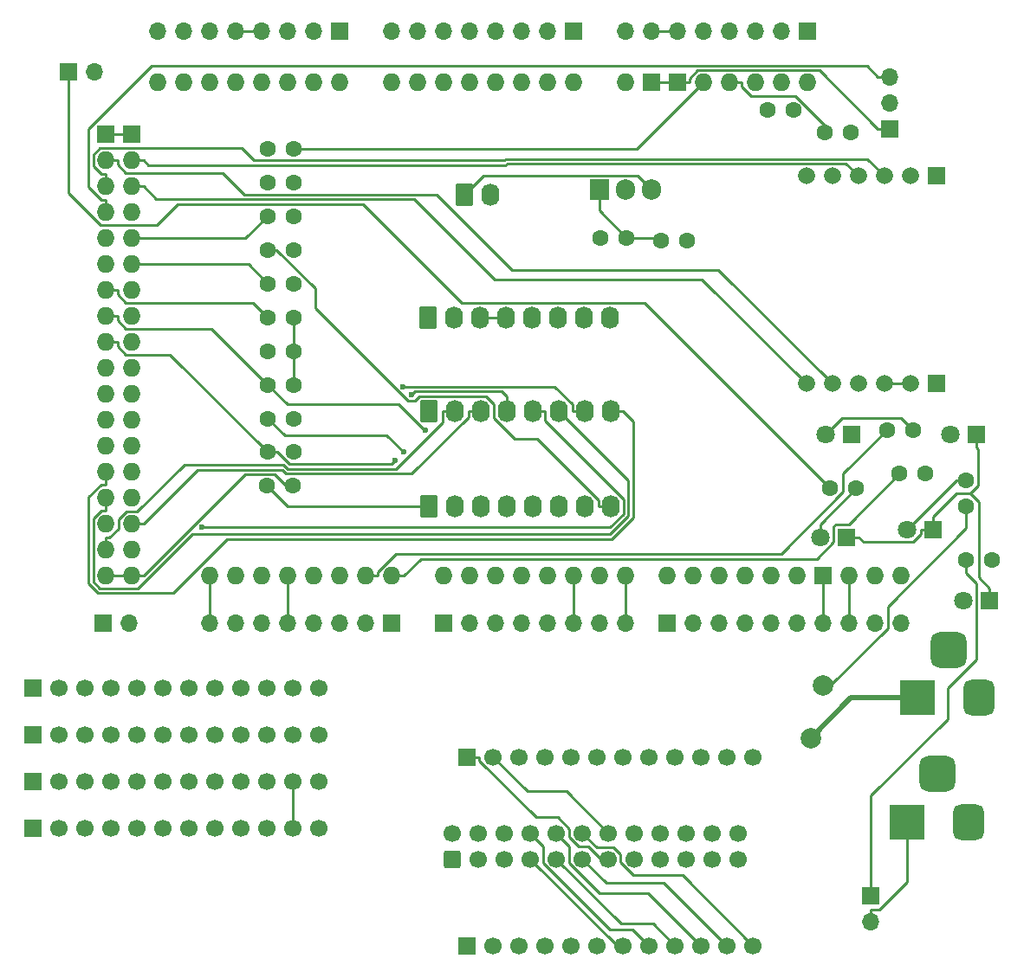
<source format=gbr>
G04 #@! TF.GenerationSoftware,KiCad,Pcbnew,9.0.5*
G04 #@! TF.CreationDate,2025-12-14T12:46:51+10:00*
G04 #@! TF.ProjectId,Jet Ranger Upper Controller,4a657420-5261-46e6-9765-722055707065,rev?*
G04 #@! TF.SameCoordinates,Original*
G04 #@! TF.FileFunction,Copper,L1,Top*
G04 #@! TF.FilePolarity,Positive*
%FSLAX46Y46*%
G04 Gerber Fmt 4.6, Leading zero omitted, Abs format (unit mm)*
G04 Created by KiCad (PCBNEW 9.0.5) date 2025-12-14 12:46:51*
%MOMM*%
%LPD*%
G01*
G04 APERTURE LIST*
G04 Aperture macros list*
%AMRoundRect*
0 Rectangle with rounded corners*
0 $1 Rounding radius*
0 $2 $3 $4 $5 $6 $7 $8 $9 X,Y pos of 4 corners*
0 Add a 4 corners polygon primitive as box body*
4,1,4,$2,$3,$4,$5,$6,$7,$8,$9,$2,$3,0*
0 Add four circle primitives for the rounded corners*
1,1,$1+$1,$2,$3*
1,1,$1+$1,$4,$5*
1,1,$1+$1,$6,$7*
1,1,$1+$1,$8,$9*
0 Add four rect primitives between the rounded corners*
20,1,$1+$1,$2,$3,$4,$5,0*
20,1,$1+$1,$4,$5,$6,$7,0*
20,1,$1+$1,$6,$7,$8,$9,0*
20,1,$1+$1,$8,$9,$2,$3,0*%
G04 Aperture macros list end*
G04 #@! TA.AperFunction,ComponentPad*
%ADD10C,2.010000*%
G04 #@! TD*
G04 #@! TA.AperFunction,ComponentPad*
%ADD11C,1.600000*%
G04 #@! TD*
G04 #@! TA.AperFunction,ComponentPad*
%ADD12R,1.700000X1.700000*%
G04 #@! TD*
G04 #@! TA.AperFunction,ComponentPad*
%ADD13O,1.700000X1.700000*%
G04 #@! TD*
G04 #@! TA.AperFunction,ComponentPad*
%ADD14R,1.800000X1.800000*%
G04 #@! TD*
G04 #@! TA.AperFunction,ComponentPad*
%ADD15C,1.800000*%
G04 #@! TD*
G04 #@! TA.AperFunction,ComponentPad*
%ADD16RoundRect,0.250000X0.600000X-0.600000X0.600000X0.600000X-0.600000X0.600000X-0.600000X-0.600000X0*%
G04 #@! TD*
G04 #@! TA.AperFunction,ComponentPad*
%ADD17C,1.700000*%
G04 #@! TD*
G04 #@! TA.AperFunction,ComponentPad*
%ADD18R,3.500000X3.500000*%
G04 #@! TD*
G04 #@! TA.AperFunction,ComponentPad*
%ADD19RoundRect,0.750000X0.750000X1.000000X-0.750000X1.000000X-0.750000X-1.000000X0.750000X-1.000000X0*%
G04 #@! TD*
G04 #@! TA.AperFunction,ComponentPad*
%ADD20RoundRect,0.875000X0.875000X0.875000X-0.875000X0.875000X-0.875000X-0.875000X0.875000X-0.875000X0*%
G04 #@! TD*
G04 #@! TA.AperFunction,ComponentPad*
%ADD21RoundRect,0.250000X-0.620000X-0.845000X0.620000X-0.845000X0.620000X0.845000X-0.620000X0.845000X0*%
G04 #@! TD*
G04 #@! TA.AperFunction,ComponentPad*
%ADD22O,1.740000X2.190000*%
G04 #@! TD*
G04 #@! TA.AperFunction,ComponentPad*
%ADD23R,1.905000X2.000000*%
G04 #@! TD*
G04 #@! TA.AperFunction,ComponentPad*
%ADD24O,1.905000X2.000000*%
G04 #@! TD*
G04 #@! TA.AperFunction,ComponentPad*
%ADD25R,1.665000X1.665000*%
G04 #@! TD*
G04 #@! TA.AperFunction,ComponentPad*
%ADD26C,1.665000*%
G04 #@! TD*
G04 #@! TA.AperFunction,ComponentPad*
%ADD27O,1.727200X1.727200*%
G04 #@! TD*
G04 #@! TA.AperFunction,ComponentPad*
%ADD28R,1.727200X1.727200*%
G04 #@! TD*
G04 #@! TA.AperFunction,ViaPad*
%ADD29C,0.600000*%
G04 #@! TD*
G04 #@! TA.AperFunction,Conductor*
%ADD30C,0.250000*%
G04 #@! TD*
G04 #@! TA.AperFunction,Conductor*
%ADD31C,0.500000*%
G04 #@! TD*
G04 APERTURE END LIST*
D10*
X110750000Y-105050000D03*
X109550000Y-110150000D03*
D11*
X59040000Y-75594300D03*
X56500000Y-75594300D03*
D12*
X63500000Y-41046400D03*
D13*
X60960000Y-41046400D03*
X58420000Y-41046400D03*
X55880000Y-41046400D03*
X53340000Y-41046400D03*
X50800000Y-41046400D03*
X48260000Y-41046400D03*
X45720000Y-41046400D03*
D11*
X59040000Y-82192700D03*
X56500000Y-82192700D03*
X58956600Y-85491900D03*
X56416600Y-85491900D03*
D12*
X117298000Y-50550000D03*
D13*
X117298000Y-48010000D03*
X117298000Y-45470000D03*
D12*
X86360000Y-41046400D03*
D13*
X83820000Y-41046400D03*
X81280000Y-41046400D03*
X78740000Y-41046400D03*
X76200000Y-41046400D03*
X73660000Y-41046400D03*
X71120000Y-41046400D03*
X68580000Y-41046400D03*
D14*
X113540000Y-80500000D03*
D15*
X111000000Y-80500000D03*
D11*
X59040000Y-55799200D03*
X56500000Y-55799200D03*
X59040000Y-52500000D03*
X56500000Y-52500000D03*
D16*
X74560000Y-122000000D03*
D17*
X74560000Y-119460000D03*
X77100000Y-122000000D03*
X77100000Y-119460000D03*
X79640000Y-122000000D03*
X79640000Y-119460000D03*
X82180000Y-122000000D03*
X82180000Y-119460000D03*
X84720000Y-122000000D03*
X84720000Y-119460000D03*
X87260000Y-122000000D03*
X87260000Y-119460000D03*
X89800000Y-122000000D03*
X89800000Y-119460000D03*
X92340000Y-122000000D03*
X92340000Y-119460000D03*
X94880000Y-122000000D03*
X94880000Y-119460000D03*
X97420000Y-122000000D03*
X97420000Y-119460000D03*
X99960000Y-122000000D03*
X99960000Y-119460000D03*
X102500000Y-122000000D03*
X102500000Y-119460000D03*
D12*
X33560000Y-114410000D03*
D17*
X36100000Y-114410000D03*
X38640000Y-114410000D03*
X41180000Y-114410000D03*
X43720000Y-114410000D03*
X46260000Y-114410000D03*
X48800000Y-114410000D03*
X51340000Y-114410000D03*
X53880000Y-114410000D03*
X56420000Y-114410000D03*
X58960000Y-114410000D03*
X61500000Y-114410000D03*
D11*
X118250000Y-84250000D03*
X120790000Y-84250000D03*
X124750000Y-87500000D03*
X124750000Y-84960000D03*
D12*
X37000000Y-45000000D03*
D13*
X39540000Y-45000000D03*
D18*
X118949000Y-118350000D03*
D19*
X124949000Y-118350000D03*
D20*
X121949000Y-113650000D03*
D21*
X72220000Y-78150000D03*
D22*
X74760000Y-78150000D03*
X77300000Y-78150000D03*
X79840000Y-78150000D03*
X82380000Y-78150000D03*
X84920000Y-78150000D03*
X87460000Y-78150000D03*
X90000000Y-78150000D03*
D14*
X127040000Y-96750000D03*
D15*
X124500000Y-96750000D03*
D14*
X125770000Y-80500000D03*
D15*
X123230000Y-80500000D03*
D21*
X72260000Y-87500000D03*
D22*
X74800000Y-87500000D03*
X77340000Y-87500000D03*
X79880000Y-87500000D03*
X82420000Y-87500000D03*
X84960000Y-87500000D03*
X87500000Y-87500000D03*
X90040000Y-87500000D03*
D11*
X59040000Y-62397600D03*
X56500000Y-62397600D03*
D12*
X33560000Y-105230000D03*
D17*
X36100000Y-105230000D03*
X38640000Y-105230000D03*
X41180000Y-105230000D03*
X43720000Y-105230000D03*
X46260000Y-105230000D03*
X48800000Y-105230000D03*
X51340000Y-105230000D03*
X53880000Y-105230000D03*
X56420000Y-105230000D03*
X58960000Y-105230000D03*
X61500000Y-105230000D03*
D11*
X124710000Y-92750000D03*
X127250000Y-92750000D03*
X117000000Y-80000000D03*
X119540000Y-80000000D03*
D12*
X33560000Y-109820000D03*
D17*
X36100000Y-109820000D03*
X38640000Y-109820000D03*
X41180000Y-109820000D03*
X43720000Y-109820000D03*
X46260000Y-109820000D03*
X48800000Y-109820000D03*
X51340000Y-109820000D03*
X53880000Y-109820000D03*
X56420000Y-109820000D03*
X58960000Y-109820000D03*
X61500000Y-109820000D03*
D11*
X59040000Y-78893500D03*
X56500000Y-78893500D03*
D12*
X68580000Y-98958400D03*
D13*
X66040000Y-98958400D03*
X63500000Y-98958400D03*
X60960000Y-98958400D03*
X58420000Y-98958400D03*
X55880000Y-98958400D03*
X53340000Y-98958400D03*
X50800000Y-98958400D03*
D11*
X94960000Y-61500000D03*
X97500000Y-61500000D03*
X59040000Y-72295100D03*
X56500000Y-72295100D03*
D23*
X88920000Y-56500000D03*
D24*
X91460000Y-56500000D03*
X94000000Y-56500000D03*
D11*
X59040000Y-65696800D03*
X56500000Y-65696800D03*
D25*
X121809000Y-55183300D03*
D26*
X119269000Y-55183300D03*
X116729000Y-55183300D03*
X114189000Y-55183300D03*
X111649000Y-55183300D03*
X109109000Y-55183300D03*
D25*
X121809000Y-75503300D03*
D26*
X119269000Y-75503300D03*
X116729000Y-75503300D03*
X114189000Y-75503300D03*
X111649000Y-75503300D03*
X109109000Y-75503300D03*
D14*
X113040000Y-90500000D03*
D15*
X110500000Y-90500000D03*
D11*
X111455000Y-85750000D03*
X113995000Y-85750000D03*
D21*
X75725000Y-57020000D03*
D22*
X78265000Y-57020000D03*
D12*
X109220000Y-41046400D03*
D13*
X106680000Y-41046400D03*
X104140000Y-41046400D03*
X101600000Y-41046400D03*
X99060000Y-41046400D03*
X96520000Y-41046400D03*
X93980000Y-41046400D03*
X91440000Y-41046400D03*
D11*
X59040000Y-68996000D03*
X56500000Y-68996000D03*
D12*
X76000000Y-130500000D03*
D17*
X78540000Y-130500000D03*
X81080000Y-130500000D03*
X83620000Y-130500000D03*
X86160000Y-130500000D03*
X88700000Y-130500000D03*
X91240000Y-130500000D03*
X93780000Y-130500000D03*
X96320000Y-130500000D03*
X98860000Y-130500000D03*
X101400000Y-130500000D03*
X103940000Y-130500000D03*
D12*
X115450000Y-125560000D03*
D13*
X115450000Y-128100000D03*
D11*
X59040000Y-59098400D03*
X56500000Y-59098400D03*
X110960000Y-50900000D03*
X113500000Y-50900000D03*
X89037500Y-61212500D03*
X91577500Y-61212500D03*
X105350000Y-48750000D03*
X107890000Y-48750000D03*
D14*
X121540000Y-89750000D03*
D15*
X119000000Y-89750000D03*
D21*
X72153300Y-69041200D03*
D22*
X74693300Y-69041200D03*
X77233300Y-69041200D03*
X79773300Y-69041200D03*
X82313300Y-69041200D03*
X84853300Y-69041200D03*
X87393300Y-69041200D03*
X89933300Y-69041200D03*
D12*
X33560000Y-119000000D03*
D17*
X36100000Y-119000000D03*
X38640000Y-119000000D03*
X41180000Y-119000000D03*
X43720000Y-119000000D03*
X46260000Y-119000000D03*
X48800000Y-119000000D03*
X51340000Y-119000000D03*
X53880000Y-119000000D03*
X56420000Y-119000000D03*
X58960000Y-119000000D03*
X61500000Y-119000000D03*
D18*
X120000000Y-106207500D03*
D19*
X126000000Y-106207500D03*
D20*
X123000000Y-101507500D03*
D12*
X95504000Y-98958400D03*
D13*
X98044000Y-98958400D03*
X100584000Y-98958400D03*
X103124000Y-98958400D03*
X105664000Y-98958400D03*
X108204000Y-98958400D03*
X110744000Y-98958400D03*
X113284000Y-98958400D03*
X115824000Y-98958400D03*
X118364000Y-98958400D03*
D12*
X40411400Y-98933000D03*
D13*
X42951400Y-98933000D03*
D12*
X76000000Y-112000000D03*
D17*
X78540000Y-112000000D03*
X81080000Y-112000000D03*
X83620000Y-112000000D03*
X86160000Y-112000000D03*
X88700000Y-112000000D03*
X91240000Y-112000000D03*
X93780000Y-112000000D03*
X96320000Y-112000000D03*
X98860000Y-112000000D03*
X101400000Y-112000000D03*
X103940000Y-112000000D03*
D12*
X73660000Y-98958400D03*
D13*
X76200000Y-98958400D03*
X78740000Y-98958400D03*
X81280000Y-98958400D03*
X83820000Y-98958400D03*
X86360000Y-98958400D03*
X88900000Y-98958400D03*
X91440000Y-98958400D03*
D27*
X109205000Y-46039300D03*
X101585000Y-46039300D03*
X99045000Y-46039300D03*
X43165000Y-94299300D03*
X40625000Y-94299300D03*
X86345000Y-46039300D03*
X83805000Y-46039300D03*
X81265000Y-46039300D03*
X78725000Y-46039300D03*
X76185000Y-46039300D03*
X73645000Y-46039300D03*
X71105000Y-46039300D03*
X68565000Y-46039300D03*
X63485000Y-46039300D03*
X60945000Y-46039300D03*
X58405000Y-46039300D03*
X55865000Y-46039300D03*
X53325000Y-46039300D03*
X50785000Y-46039300D03*
X48245000Y-46039300D03*
X45705000Y-46039300D03*
X113269000Y-94299300D03*
X73645000Y-94299300D03*
X76185000Y-94299300D03*
X78725000Y-94299300D03*
X81265000Y-94299300D03*
X83805000Y-94299300D03*
X86345000Y-94299300D03*
X88885000Y-94299300D03*
X91425000Y-94299300D03*
X95489000Y-94299300D03*
X98029000Y-94299300D03*
X100569000Y-94299300D03*
X103109000Y-94299300D03*
X105649000Y-94299300D03*
X108189000Y-94299300D03*
X68565000Y-94299300D03*
X66025000Y-94299300D03*
X63485000Y-94299300D03*
X60945000Y-94299300D03*
X58405000Y-94299300D03*
X55865000Y-94299300D03*
X53325000Y-94299300D03*
X50785000Y-94299300D03*
X43165000Y-91759300D03*
X40625000Y-91759300D03*
X43165000Y-89219300D03*
X40625000Y-89219300D03*
X43165000Y-86679300D03*
X40625000Y-86679300D03*
X43165000Y-84139300D03*
X40625000Y-84139300D03*
X43165000Y-81599300D03*
X40625000Y-81599300D03*
X43165000Y-79059300D03*
X40625000Y-79059300D03*
X43165000Y-76519300D03*
X40625000Y-76519300D03*
X43165000Y-73979300D03*
X40625000Y-73979300D03*
X43165000Y-71439300D03*
X40625000Y-71439300D03*
X43165000Y-68899300D03*
X40625000Y-68899300D03*
X43165000Y-66359300D03*
X40625000Y-66359300D03*
X43165000Y-63819300D03*
X40625000Y-63819300D03*
X43165000Y-61279300D03*
X40625000Y-61279300D03*
X43165000Y-58739300D03*
X40625000Y-58739300D03*
X43165000Y-56199300D03*
X40625000Y-56199300D03*
X43165000Y-53659300D03*
X40625000Y-53659300D03*
D28*
X110729000Y-94299300D03*
X96505000Y-46039300D03*
X93965000Y-46039300D03*
X43165000Y-51119300D03*
X40625000Y-51119300D03*
D27*
X106665000Y-46039300D03*
X104125000Y-46039300D03*
X118349000Y-94299300D03*
X115809000Y-94299300D03*
X91425000Y-46039300D03*
D29*
X69710900Y-75761800D03*
X69738800Y-82162300D03*
X71862000Y-80033300D03*
X50025700Y-89532100D03*
X68899500Y-83029200D03*
X70568200Y-76546500D03*
D30*
X81878800Y-115338800D02*
X78540000Y-112000000D01*
X85678800Y-115338800D02*
X81878800Y-115338800D01*
X89800000Y-119460000D02*
X85678800Y-115338800D01*
X95195100Y-124295100D02*
X101400000Y-130500000D01*
X89555100Y-124295100D02*
X95195100Y-124295100D01*
X87260000Y-122000000D02*
X89555100Y-124295100D01*
X88624800Y-120824800D02*
X87260000Y-119460000D01*
X90289700Y-120824800D02*
X88624800Y-120824800D01*
X90975200Y-121510300D02*
X90289700Y-120824800D01*
X90975200Y-122299900D02*
X90975200Y-121510300D01*
X92249800Y-123574500D02*
X90975200Y-122299900D01*
X97014500Y-123574500D02*
X92249800Y-123574500D01*
X103940000Y-130500000D02*
X97014500Y-123574500D01*
X89042600Y-122000000D02*
X89800000Y-122000000D01*
X87772600Y-120730000D02*
X89042600Y-122000000D01*
X86850700Y-120730000D02*
X87772600Y-120730000D01*
X85990000Y-119869300D02*
X86850700Y-120730000D01*
X85990000Y-119058400D02*
X85990000Y-119869300D01*
X84837600Y-117906000D02*
X85990000Y-119058400D01*
X82713900Y-117906000D02*
X84837600Y-117906000D01*
X77175100Y-112367200D02*
X82713900Y-117906000D01*
X77175100Y-112000000D02*
X77175100Y-112367200D01*
X76000000Y-112000000D02*
X77175100Y-112000000D01*
X85990000Y-120730000D02*
X84720000Y-119460000D01*
X85990000Y-122393600D02*
X85990000Y-120730000D01*
X88927300Y-125330900D02*
X85990000Y-122393600D01*
X93690900Y-125330900D02*
X88927300Y-125330900D01*
X98860000Y-130500000D02*
X93690900Y-125330900D01*
X83450000Y-120730000D02*
X82180000Y-119460000D01*
X83450000Y-122393600D02*
X83450000Y-120730000D01*
X89931100Y-128874700D02*
X83450000Y-122393600D01*
X92154700Y-128874700D02*
X89931100Y-128874700D01*
X93780000Y-130500000D02*
X92154700Y-128874700D01*
X90680000Y-130500000D02*
X82180000Y-122000000D01*
X91240000Y-130500000D02*
X90680000Y-130500000D01*
X91032300Y-128312300D02*
X84720000Y-122000000D01*
X94132300Y-128312300D02*
X91032300Y-128312300D01*
X96320000Y-130500000D02*
X94132300Y-128312300D01*
X58960000Y-119000000D02*
X58960000Y-114410000D01*
X92667500Y-55167500D02*
X94000000Y-56500000D01*
X77577500Y-55167500D02*
X92667500Y-55167500D01*
X75725000Y-57020000D02*
X77577500Y-55167500D01*
X91440000Y-95503000D02*
X91440000Y-98958400D01*
X91425000Y-95488000D02*
X91440000Y-95503000D01*
X91425000Y-94299300D02*
X91425000Y-95488000D01*
X58420000Y-95503000D02*
X58420000Y-98958400D01*
X58405000Y-95488000D02*
X58420000Y-95503000D01*
X58405000Y-94299300D02*
X58405000Y-95488000D01*
X40625000Y-84139300D02*
X40625000Y-85328000D01*
X90000000Y-78150000D02*
X91195100Y-78150000D01*
X92193700Y-79148600D02*
X91195100Y-78150000D01*
X92193700Y-88597400D02*
X92193700Y-79148600D01*
X90080000Y-90711100D02*
X92193700Y-88597400D01*
X52481500Y-90711100D02*
X90080000Y-90711100D01*
X47236900Y-95955700D02*
X52481500Y-90711100D01*
X39899100Y-95955700D02*
X47236900Y-95955700D01*
X38984800Y-95041400D02*
X39899100Y-95955700D01*
X38984800Y-86596700D02*
X38984800Y-95041400D01*
X40253500Y-85328000D02*
X38984800Y-86596700D01*
X40625000Y-85328000D02*
X40253500Y-85328000D01*
X74760000Y-78150000D02*
X73564900Y-78150000D01*
X40625000Y-91759300D02*
X40625000Y-90570600D01*
X73564900Y-79270400D02*
X73564900Y-78150000D01*
X69016400Y-83818900D02*
X73564900Y-79270400D01*
X58434800Y-83818900D02*
X69016400Y-83818900D01*
X58050600Y-83434700D02*
X58434800Y-83818900D01*
X48336800Y-83434700D02*
X58050600Y-83434700D01*
X43741000Y-88030500D02*
X48336800Y-83434700D01*
X42650600Y-88030500D02*
X43741000Y-88030500D01*
X41895000Y-88786100D02*
X42650600Y-88030500D01*
X41895000Y-89670000D02*
X41895000Y-88786100D01*
X40994400Y-90570600D02*
X41895000Y-89670000D01*
X40625000Y-90570600D02*
X40994400Y-90570600D01*
X77300000Y-78150000D02*
X76104900Y-78150000D01*
X43165000Y-89219300D02*
X44353700Y-89219300D01*
X76104900Y-78747500D02*
X76104900Y-78150000D01*
X70575200Y-84277200D02*
X76104900Y-78747500D01*
X58256500Y-84277200D02*
X70575200Y-84277200D01*
X57893600Y-83914300D02*
X58256500Y-84277200D01*
X49658700Y-83914300D02*
X57893600Y-83914300D01*
X44353700Y-89219300D02*
X49658700Y-83914300D01*
X50800000Y-95503000D02*
X50800000Y-98958400D01*
X50785000Y-95488000D02*
X50800000Y-95503000D01*
X50785000Y-94299300D02*
X50785000Y-95488000D01*
D31*
X120000000Y-106208000D02*
X119999500Y-106208000D01*
X113492000Y-106208000D02*
X109550000Y-110150000D01*
X119999500Y-106208000D02*
X113492000Y-106208000D01*
D30*
X119999500Y-106208000D02*
X120000000Y-106207500D01*
X91743600Y-84973600D02*
X84920000Y-78150000D01*
X91743600Y-88410900D02*
X91743600Y-84973600D01*
X89920700Y-90233800D02*
X91743600Y-88410900D01*
X49088400Y-90233800D02*
X89920700Y-90233800D01*
X43816600Y-95505600D02*
X49088400Y-90233800D01*
X40085600Y-95505600D02*
X43816600Y-95505600D01*
X39434900Y-94854900D02*
X40085600Y-95505600D01*
X39434900Y-88686600D02*
X39434900Y-94854900D01*
X40253500Y-87868000D02*
X39434900Y-88686600D01*
X40625000Y-87868000D02*
X40253500Y-87868000D01*
X40625000Y-86679300D02*
X40625000Y-87868000D01*
X55052000Y-67548000D02*
X56500000Y-68996000D01*
X42630800Y-67548000D02*
X55052000Y-67548000D01*
X41813700Y-66730900D02*
X42630800Y-67548000D01*
X41813700Y-66359300D02*
X41813700Y-66730900D01*
X40625000Y-66359300D02*
X41813700Y-66359300D01*
X87460000Y-78150000D02*
X86264900Y-78150000D01*
X84507000Y-75761800D02*
X69710900Y-75761800D01*
X86264900Y-77519700D02*
X84507000Y-75761800D01*
X86264900Y-78150000D02*
X86264900Y-77519700D01*
X68119600Y-80543100D02*
X69738800Y-82162300D01*
X58149600Y-80543100D02*
X68119600Y-80543100D01*
X56500000Y-78893500D02*
X58149600Y-80543100D01*
X50993700Y-70088000D02*
X56500000Y-75594300D01*
X42630800Y-70088000D02*
X50993700Y-70088000D01*
X41813700Y-69270900D02*
X42630800Y-70088000D01*
X41813700Y-68899300D02*
X41813700Y-69270900D01*
X40625000Y-68899300D02*
X41813700Y-68899300D01*
X71783200Y-80033300D02*
X71862000Y-80033300D01*
X69279700Y-77529800D02*
X71783200Y-80033300D01*
X58435500Y-77529800D02*
X69279700Y-77529800D01*
X56500000Y-75594300D02*
X58435500Y-77529800D01*
X57374800Y-62397600D02*
X56500000Y-62397600D01*
X61163000Y-66185800D02*
X57374800Y-62397600D01*
X61163000Y-68105900D02*
X61163000Y-66185800D01*
X70242100Y-77185000D02*
X61163000Y-68105900D01*
X70859500Y-77185000D02*
X70242100Y-77185000D01*
X71331700Y-76712800D02*
X70859500Y-77185000D01*
X77809000Y-76712800D02*
X71331700Y-76712800D01*
X78570000Y-77473800D02*
X77809000Y-76712800D01*
X78570000Y-78824700D02*
X78570000Y-77473800D01*
X80614000Y-80868700D02*
X78570000Y-78824700D01*
X82811100Y-80868700D02*
X80614000Y-80868700D01*
X88844900Y-86902500D02*
X82811100Y-80868700D01*
X88844900Y-87500000D02*
X88844900Y-86902500D01*
X90040000Y-87500000D02*
X88844900Y-87500000D01*
X79773300Y-69041200D02*
X77233300Y-69041200D01*
X53340000Y-41046400D02*
X55880000Y-41046400D01*
X88920000Y-58555000D02*
X91577500Y-61212500D01*
X88920000Y-56500000D02*
X88920000Y-58555000D01*
X94672500Y-61212500D02*
X94960000Y-61500000D01*
X91577500Y-61212500D02*
X94672500Y-61212500D01*
X40625000Y-58739300D02*
X40625000Y-57550600D01*
X117298000Y-45470000D02*
X116122900Y-45470000D01*
X40253500Y-57550600D02*
X40625000Y-57550600D01*
X38979600Y-56276700D02*
X40253500Y-57550600D01*
X38979600Y-50564800D02*
X38979600Y-56276700D01*
X45143900Y-44400500D02*
X38979600Y-50564800D01*
X115053400Y-44400500D02*
X45143900Y-44400500D01*
X116122900Y-45470000D02*
X115053400Y-44400500D01*
X113284000Y-95503000D02*
X113284000Y-98958400D01*
X113269000Y-95488000D02*
X113284000Y-95503000D01*
X113269000Y-94299300D02*
X113269000Y-95488000D01*
X116729000Y-75503300D02*
X119269000Y-75503300D01*
X102773700Y-46408800D02*
X102773700Y-46039300D01*
X103714500Y-47349600D02*
X102773700Y-46408800D01*
X108089800Y-47349600D02*
X103714500Y-47349600D01*
X110960000Y-50219800D02*
X108089800Y-47349600D01*
X110960000Y-50900000D02*
X110960000Y-50219800D01*
X101585000Y-46039300D02*
X102773700Y-46039300D01*
X54319100Y-61279300D02*
X56500000Y-59098400D01*
X43165000Y-61279300D02*
X54319100Y-61279300D01*
X86360000Y-95503000D02*
X86360000Y-98958400D01*
X86345000Y-95488000D02*
X86360000Y-95503000D01*
X86345000Y-94299300D02*
X86345000Y-95488000D01*
X82380000Y-78150000D02*
X83575100Y-78150000D01*
X89945200Y-89532100D02*
X50025700Y-89532100D01*
X91269900Y-88207400D02*
X89945200Y-89532100D01*
X91269900Y-86781000D02*
X91269900Y-88207400D01*
X83575100Y-79086200D02*
X91269900Y-86781000D01*
X83575100Y-78150000D02*
X83575100Y-79086200D01*
X112725000Y-84275000D02*
X117000000Y-80000000D01*
X112725000Y-86073300D02*
X112725000Y-84275000D01*
X106689600Y-92108700D02*
X112725000Y-86073300D01*
X69032800Y-92108700D02*
X106689600Y-92108700D01*
X67213700Y-93927800D02*
X69032800Y-92108700D01*
X67213700Y-94299300D02*
X67213700Y-93927800D01*
X66025000Y-94299300D02*
X67213700Y-94299300D01*
X68565000Y-94299300D02*
X69753700Y-94299300D01*
X113270000Y-89230000D02*
X118250000Y-84250000D01*
X112008500Y-89230000D02*
X113270000Y-89230000D01*
X111814800Y-89423700D02*
X112008500Y-89230000D01*
X111814800Y-90934300D02*
X111814800Y-89423700D01*
X110135700Y-92613400D02*
X111814800Y-90934300D01*
X71439600Y-92613400D02*
X110135700Y-92613400D01*
X69753700Y-94299300D02*
X71439600Y-92613400D01*
X115064700Y-53519000D02*
X116729000Y-55183300D01*
X79729700Y-53519000D02*
X115064700Y-53519000D01*
X79589400Y-53659300D02*
X79729700Y-53519000D01*
X55164600Y-53659300D02*
X79589400Y-53659300D01*
X53964800Y-52459500D02*
X55164600Y-53659300D01*
X40091200Y-52459500D02*
X53964800Y-52459500D01*
X39435100Y-53115600D02*
X40091200Y-52459500D01*
X39435100Y-54192200D02*
X39435100Y-53115600D01*
X40253500Y-55010600D02*
X39435100Y-54192200D01*
X40625000Y-55010600D02*
X40253500Y-55010600D01*
X40625000Y-56199300D02*
X40625000Y-55010600D01*
X58424700Y-87500000D02*
X72260000Y-87500000D01*
X56416600Y-85491900D02*
X58424700Y-87500000D01*
X43165000Y-56199300D02*
X44353700Y-56199300D01*
X45603300Y-57448900D02*
X44353700Y-56199300D01*
X70819800Y-57448900D02*
X45603300Y-57448900D01*
X78665700Y-65294800D02*
X70819800Y-57448900D01*
X98900500Y-65294800D02*
X78665700Y-65294800D01*
X109109000Y-75503300D02*
X98900500Y-65294800D01*
X40625000Y-71439300D02*
X41813700Y-71439300D01*
X46935300Y-72628000D02*
X56500000Y-82192700D01*
X42630800Y-72628000D02*
X46935300Y-72628000D01*
X41813700Y-71810900D02*
X42630800Y-72628000D01*
X41813700Y-71439300D02*
X41813700Y-71810900D01*
X68606500Y-83322200D02*
X68899500Y-83029200D01*
X58574700Y-83322200D02*
X68606500Y-83322200D01*
X57445200Y-82192700D02*
X58574700Y-83322200D01*
X56500000Y-82192700D02*
X57445200Y-82192700D01*
X40625000Y-53659300D02*
X41813700Y-53659300D01*
X41813700Y-54030900D02*
X41813700Y-53659300D01*
X42630800Y-54848000D02*
X41813700Y-54030900D01*
X52086800Y-54848000D02*
X42630800Y-54848000D01*
X54237500Y-56998700D02*
X52086800Y-54848000D01*
X72968600Y-56998700D02*
X54237500Y-56998700D01*
X80364500Y-64394600D02*
X72968600Y-56998700D01*
X100540300Y-64394600D02*
X80364500Y-64394600D01*
X111649000Y-75503300D02*
X100540300Y-64394600D01*
X79322000Y-76211900D02*
X79840000Y-76729900D01*
X70902800Y-76211900D02*
X79322000Y-76211900D01*
X70568200Y-76546500D02*
X70902800Y-76211900D01*
X79840000Y-78150000D02*
X79840000Y-76729900D01*
X113001800Y-53996100D02*
X114189000Y-55183300D01*
X79889200Y-53996100D02*
X113001800Y-53996100D01*
X79775900Y-54109400D02*
X79889200Y-53996100D01*
X44803800Y-54109400D02*
X79775900Y-54109400D01*
X44353700Y-53659300D02*
X44803800Y-54109400D01*
X43165000Y-53659300D02*
X44353700Y-53659300D01*
X59040000Y-68996000D02*
X59040000Y-72295100D01*
X59040000Y-72295100D02*
X59040000Y-75594300D01*
X40625000Y-94299300D02*
X43165000Y-94299300D01*
X58306300Y-85491900D02*
X58956600Y-85491900D01*
X57178900Y-84364500D02*
X58306300Y-85491900D01*
X54288500Y-84364500D02*
X57178900Y-84364500D01*
X44353700Y-94299300D02*
X54288500Y-84364500D01*
X43165000Y-94299300D02*
X44353700Y-94299300D01*
X92584300Y-52500000D02*
X99045000Y-46039300D01*
X59040000Y-52500000D02*
X92584300Y-52500000D01*
X115450000Y-115800300D02*
X115450000Y-125560000D01*
X122964300Y-108286000D02*
X115450000Y-115800300D01*
X122964300Y-105304100D02*
X122964300Y-108286000D01*
X125757800Y-102510600D02*
X122964300Y-105304100D01*
X125757800Y-95027700D02*
X125757800Y-102510600D01*
X124710000Y-93979900D02*
X125757800Y-95027700D01*
X124710000Y-92750000D02*
X124710000Y-93979900D01*
X54622500Y-63819300D02*
X56500000Y-65696800D01*
X43165000Y-63819300D02*
X54622500Y-63819300D01*
X111463900Y-105050000D02*
X110750000Y-105050000D01*
X117094000Y-99419900D02*
X111463900Y-105050000D01*
X117094000Y-97265200D02*
X117094000Y-99419900D01*
X124750000Y-89609200D02*
X117094000Y-97265200D01*
X124750000Y-87500000D02*
X124750000Y-89609200D01*
X37000000Y-56841500D02*
X37000000Y-45000000D01*
X40111500Y-59953000D02*
X37000000Y-56841500D01*
X45691500Y-59953000D02*
X40111500Y-59953000D01*
X47693400Y-57951100D02*
X45691500Y-59953000D01*
X65779500Y-57951100D02*
X47693400Y-57951100D01*
X75449400Y-67621000D02*
X65779500Y-57951100D01*
X93326000Y-67621000D02*
X75449400Y-67621000D01*
X111455000Y-85750000D02*
X93326000Y-67621000D01*
X118949000Y-124233800D02*
X118949000Y-118350000D01*
X116257900Y-126924900D02*
X118949000Y-124233800D01*
X115450000Y-126924900D02*
X116257900Y-126924900D01*
X115450000Y-128100000D02*
X115450000Y-126924900D01*
X112663900Y-78836100D02*
X111000000Y-80500000D01*
X118376100Y-78836100D02*
X112663900Y-78836100D01*
X119540000Y-80000000D02*
X118376100Y-78836100D01*
X123790000Y-84960000D02*
X119000000Y-89750000D01*
X124750000Y-84960000D02*
X123790000Y-84960000D01*
X40625000Y-51119300D02*
X43165000Y-51119300D01*
X93980000Y-41046400D02*
X96520000Y-41046400D01*
X110744000Y-95503000D02*
X110744000Y-98958400D01*
X110729000Y-95488000D02*
X110744000Y-95503000D01*
X110729000Y-94299300D02*
X110729000Y-95488000D01*
X93965000Y-46039300D02*
X96505000Y-46039300D01*
X110423500Y-44850600D02*
X116122900Y-50550000D01*
X98494900Y-44850600D02*
X110423500Y-44850600D01*
X97693700Y-45651800D02*
X98494900Y-44850600D01*
X97693700Y-46039300D02*
X97693700Y-45651800D01*
X96505000Y-46039300D02*
X97693700Y-46039300D01*
X117298000Y-50550000D02*
X116122900Y-50550000D01*
X125770000Y-80500000D02*
X125770000Y-81725100D01*
X121540000Y-89750000D02*
X121540000Y-88524900D01*
X120314900Y-90209500D02*
X120314900Y-89750000D01*
X119549300Y-90975100D02*
X120314900Y-90209500D01*
X114740200Y-90975100D02*
X119549300Y-90975100D01*
X114265100Y-90500000D02*
X114740200Y-90975100D01*
X113040000Y-90500000D02*
X114265100Y-90500000D01*
X121540000Y-89750000D02*
X120314900Y-89750000D01*
X127040000Y-96750000D02*
X127040000Y-95524900D01*
X125980000Y-94464900D02*
X127040000Y-95524900D01*
X125980000Y-87077600D02*
X125980000Y-94464900D01*
X125132400Y-86230000D02*
X125980000Y-87077600D01*
X125901900Y-85460500D02*
X125132400Y-86230000D01*
X125901900Y-81857000D02*
X125901900Y-85460500D01*
X125770000Y-81725100D02*
X125901900Y-81857000D01*
X123834900Y-86230000D02*
X121540000Y-88524900D01*
X125132400Y-86230000D02*
X123834900Y-86230000D01*
X110500000Y-89245000D02*
X110500000Y-90500000D01*
X113995000Y-85750000D02*
X110500000Y-89245000D01*
M02*

</source>
